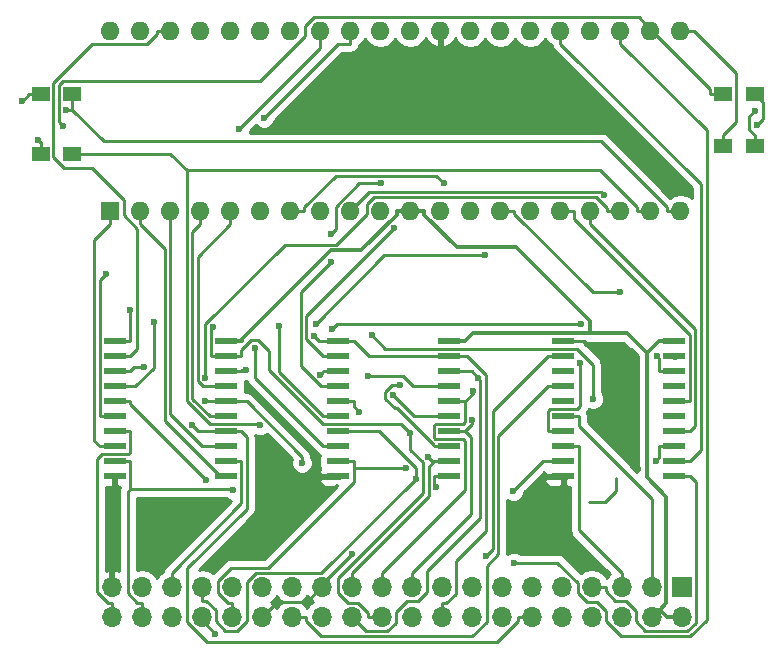
<source format=gbr>
G04 #@! TF.FileFunction,Copper,L1,Top,Signal*
%FSLAX46Y46*%
G04 Gerber Fmt 4.6, Leading zero omitted, Abs format (unit mm)*
G04 Created by KiCad (PCBNEW 4.0.7) date 01/21/18 21:19:11*
%MOMM*%
%LPD*%
G01*
G04 APERTURE LIST*
%ADD10C,0.100000*%
%ADD11R,1.600000X1.600000*%
%ADD12O,1.600000X1.600000*%
%ADD13R,1.700000X1.700000*%
%ADD14O,1.700000X1.700000*%
%ADD15R,1.950000X0.600000*%
%ADD16R,1.500000X1.300000*%
%ADD17C,0.600000*%
%ADD18C,0.250000*%
%ADD19C,0.350000*%
%ADD20C,0.254000*%
G04 APERTURE END LIST*
D10*
D11*
X101092000Y-81026000D03*
D12*
X149352000Y-65786000D03*
X103632000Y-81026000D03*
X146812000Y-65786000D03*
X106172000Y-81026000D03*
X144272000Y-65786000D03*
X108712000Y-81026000D03*
X141732000Y-65786000D03*
X111252000Y-81026000D03*
X139192000Y-65786000D03*
X113792000Y-81026000D03*
X136652000Y-65786000D03*
X116332000Y-81026000D03*
X134112000Y-65786000D03*
X118872000Y-81026000D03*
X131572000Y-65786000D03*
X121412000Y-81026000D03*
X129032000Y-65786000D03*
X123952000Y-81026000D03*
X126492000Y-65786000D03*
X126492000Y-81026000D03*
X123952000Y-65786000D03*
X129032000Y-81026000D03*
X121412000Y-65786000D03*
X131572000Y-81026000D03*
X118872000Y-65786000D03*
X134112000Y-81026000D03*
X116332000Y-65786000D03*
X136652000Y-81026000D03*
X113792000Y-65786000D03*
X139192000Y-81026000D03*
X111252000Y-65786000D03*
X141732000Y-81026000D03*
X108712000Y-65786000D03*
X144272000Y-81026000D03*
X106172000Y-65786000D03*
X146812000Y-81026000D03*
X103632000Y-65786000D03*
X149352000Y-81026000D03*
X101092000Y-65786000D03*
D13*
X149454000Y-112878000D03*
D14*
X149454000Y-115418000D03*
X146914000Y-112878000D03*
X146914000Y-115418000D03*
X144374000Y-112878000D03*
X144374000Y-115418000D03*
X141834000Y-112878000D03*
X141834000Y-115418000D03*
X139294000Y-112878000D03*
X139294000Y-115418000D03*
X136754000Y-112878000D03*
X136754000Y-115418000D03*
X134214000Y-112878000D03*
X134214000Y-115418000D03*
X131674000Y-112878000D03*
X131674000Y-115418000D03*
X129134000Y-112878000D03*
X129134000Y-115418000D03*
X126594000Y-112878000D03*
X126594000Y-115418000D03*
X124054000Y-112878000D03*
X124054000Y-115418000D03*
X121514000Y-112878000D03*
X121514000Y-115418000D03*
X118974000Y-112878000D03*
X118974000Y-115418000D03*
X116434000Y-112878000D03*
X116434000Y-115418000D03*
X113894000Y-112878000D03*
X113894000Y-115418000D03*
X111354000Y-112878000D03*
X111354000Y-115418000D03*
X108814000Y-112878000D03*
X108814000Y-115418000D03*
X106274000Y-112878000D03*
X106274000Y-115418000D03*
X103734000Y-112878000D03*
X103734000Y-115418000D03*
X101194000Y-112878000D03*
X101194000Y-115418000D03*
D15*
X139445000Y-92075000D03*
X139445000Y-93345000D03*
X139445000Y-94615000D03*
X139445000Y-95885000D03*
X139445000Y-97155000D03*
X139445000Y-98425000D03*
X139445000Y-99695000D03*
X139445000Y-100965000D03*
X139445000Y-102235000D03*
X139445000Y-103505000D03*
X148845000Y-103505000D03*
X148845000Y-102235000D03*
X148845000Y-100965000D03*
X148845000Y-99695000D03*
X148845000Y-98425000D03*
X148845000Y-97155000D03*
X148845000Y-95885000D03*
X148845000Y-94615000D03*
X148845000Y-93345000D03*
X148845000Y-92075000D03*
X101472000Y-92075000D03*
X101472000Y-93345000D03*
X101472000Y-94615000D03*
X101472000Y-95885000D03*
X101472000Y-97155000D03*
X101472000Y-98425000D03*
X101472000Y-99695000D03*
X101472000Y-100965000D03*
X101472000Y-102235000D03*
X101472000Y-103505000D03*
X110872000Y-103505000D03*
X110872000Y-102235000D03*
X110872000Y-100965000D03*
X110872000Y-99695000D03*
X110872000Y-98425000D03*
X110872000Y-97155000D03*
X110872000Y-95885000D03*
X110872000Y-94615000D03*
X110872000Y-93345000D03*
X110872000Y-92075000D03*
X120395000Y-92075000D03*
X120395000Y-93345000D03*
X120395000Y-94615000D03*
X120395000Y-95885000D03*
X120395000Y-97155000D03*
X120395000Y-98425000D03*
X120395000Y-99695000D03*
X120395000Y-100965000D03*
X120395000Y-102235000D03*
X120395000Y-103505000D03*
X129795000Y-103505000D03*
X129795000Y-102235000D03*
X129795000Y-100965000D03*
X129795000Y-99695000D03*
X129795000Y-98425000D03*
X129795000Y-97155000D03*
X129795000Y-95885000D03*
X129795000Y-94615000D03*
X129795000Y-93345000D03*
X129795000Y-92075000D03*
D16*
X97870000Y-76200000D03*
X95170000Y-76200000D03*
X97870000Y-71120000D03*
X95170000Y-71120000D03*
X152955000Y-75565000D03*
X155655000Y-75565000D03*
X152955000Y-71120000D03*
X155655000Y-71120000D03*
D17*
X148336000Y-78359000D03*
X121539000Y-110045500D03*
X136144000Y-108585000D03*
X139573000Y-103632000D03*
X145796000Y-102870000D03*
X148845000Y-93345000D03*
X113030000Y-108712000D03*
X110744000Y-106045000D03*
X104013000Y-107188000D03*
X109982000Y-116840000D03*
X115825000Y-103505000D03*
X122174700Y-98023200D03*
X118853900Y-94900300D03*
X117320700Y-102366200D03*
X109071500Y-97131700D03*
X108021500Y-99196800D03*
X109164900Y-103787800D03*
X103946800Y-94259300D03*
X118315700Y-91619000D03*
X131735100Y-98750800D03*
X131751200Y-96290600D03*
X109749700Y-90894600D03*
X102734600Y-89425300D03*
X126495400Y-99831900D03*
X127990800Y-101873900D03*
X132218500Y-95160200D03*
X132894600Y-110247200D03*
X147275600Y-102176700D03*
X126127500Y-102843900D03*
X126941900Y-103708400D03*
X112538200Y-94526200D03*
X111506500Y-104630100D03*
X135250400Y-110825700D03*
X147352500Y-93357400D03*
X135211200Y-104721000D03*
X140869700Y-93954700D03*
X129299600Y-78714400D03*
X118483600Y-90582400D03*
X132816500Y-84794700D03*
X141964000Y-96954800D03*
X123207600Y-91566900D03*
X142881900Y-79650100D03*
X125119000Y-82498800D03*
X119773300Y-85343400D03*
X119745800Y-82991500D03*
X123984200Y-78693100D03*
X115333200Y-90819900D03*
X114092100Y-73173300D03*
X113354300Y-92660600D03*
X111982800Y-74142500D03*
X144273900Y-87929100D03*
X128659900Y-104377700D03*
X125605300Y-95811300D03*
X124988100Y-96628000D03*
X122907900Y-95016900D03*
X109138600Y-95158300D03*
X104790100Y-90482500D03*
X100720500Y-86370700D03*
X113757900Y-99192200D03*
X97351200Y-72510700D03*
X119860400Y-90994700D03*
X140969100Y-90615600D03*
X97032700Y-73847400D03*
X94948000Y-75007000D03*
X93620800Y-71759100D03*
X155623100Y-72583500D03*
X155829000Y-73787000D03*
D18*
X143891000Y-103632000D02*
X143891000Y-104775000D01*
X143002000Y-105664000D02*
X141605000Y-105664000D01*
X143891000Y-104775000D02*
X143002000Y-105664000D01*
D19*
X148845000Y-92075000D02*
X147494700Y-92075000D01*
X146914000Y-115418000D02*
X146914000Y-114805300D01*
X149454000Y-115418000D02*
X148228700Y-115418000D01*
X146914000Y-114805300D02*
X147616000Y-114805300D01*
X147616000Y-114805300D02*
X148228700Y-115418000D01*
X147494700Y-92075000D02*
X146506100Y-93063600D01*
X148152000Y-114269300D02*
X147616000Y-114805300D01*
X148152000Y-105242300D02*
X148152000Y-114269300D01*
X146506100Y-103596400D02*
X148152000Y-105242300D01*
X146506100Y-93063600D02*
X146506100Y-103596400D01*
X129795000Y-92075000D02*
X131145300Y-92075000D01*
X126492000Y-81026000D02*
X125316700Y-81026000D01*
X110872000Y-92075000D02*
X112222300Y-92075000D01*
X126492000Y-81026000D02*
X127667300Y-81026000D01*
X131820600Y-91399700D02*
X141657400Y-91399700D01*
X131145300Y-92075000D02*
X131820600Y-91399700D01*
X144842200Y-91399700D02*
X146506100Y-93063600D01*
X141657400Y-91399700D02*
X144842200Y-91399700D01*
X127667300Y-81391300D02*
X127667300Y-81026000D01*
X130395400Y-84119400D02*
X127667300Y-81391300D01*
X135434100Y-84119400D02*
X130395400Y-84119400D01*
X141657400Y-90342700D02*
X135434100Y-84119400D01*
X141657400Y-91399700D02*
X141657400Y-90342700D01*
X112222300Y-91906200D02*
X112222300Y-92075000D01*
X119745100Y-84383400D02*
X112222300Y-91906200D01*
X122279500Y-84383400D02*
X119745100Y-84383400D01*
X122279500Y-84383300D02*
X122279500Y-84383400D01*
X125316700Y-81346100D02*
X122279500Y-84383300D01*
X125316700Y-81026000D02*
X125316700Y-81346100D01*
D18*
X146914000Y-105399900D02*
X146914000Y-111702700D01*
X140745300Y-99231200D02*
X146914000Y-105399900D01*
X140745300Y-98425000D02*
X140745300Y-99231200D01*
X146914000Y-112878000D02*
X146914000Y-111702700D01*
X139445000Y-98425000D02*
X140745300Y-98425000D01*
X140745300Y-108074000D02*
X144374000Y-111702700D01*
X140745300Y-100965000D02*
X140745300Y-108074000D01*
X139445000Y-100965000D02*
X140745300Y-100965000D01*
X144374000Y-112878000D02*
X144374000Y-111702700D01*
X129032000Y-65786000D02*
X129032000Y-70485000D01*
X141478000Y-71501000D02*
X148336000Y-78359000D01*
X130048000Y-71501000D02*
X141478000Y-71501000D01*
X129032000Y-70485000D02*
X130048000Y-71501000D01*
X118974000Y-112878000D02*
X118974000Y-112610500D01*
X118974000Y-112610500D02*
X121539000Y-110045500D01*
X139445000Y-105284000D02*
X139445000Y-103505000D01*
X136144000Y-108585000D02*
X139445000Y-105284000D01*
X139573000Y-103632000D02*
X139446000Y-103505000D01*
X139446000Y-103505000D02*
X139445000Y-103505000D01*
X139445000Y-92075000D02*
X141224000Y-92075000D01*
X145796000Y-93345000D02*
X145796000Y-102870000D01*
X145161000Y-92710000D02*
X145796000Y-93345000D01*
X141859000Y-92710000D02*
X145161000Y-92710000D01*
X141224000Y-92075000D02*
X141859000Y-92710000D01*
X105156000Y-106045000D02*
X110744000Y-106045000D01*
X104013000Y-107188000D02*
X105156000Y-106045000D01*
X113894000Y-115418000D02*
X113944000Y-115418000D01*
X113944000Y-115418000D02*
X115189000Y-114173000D01*
X117679000Y-114173000D02*
X118974000Y-112878000D01*
X115189000Y-114173000D02*
X117679000Y-114173000D01*
X109982000Y-116840000D02*
X108814000Y-115672000D01*
X108814000Y-115418000D02*
X108814000Y-115672000D01*
X115824000Y-103632000D02*
X115824000Y-103506000D01*
X115824000Y-103506000D02*
X115825000Y-103505000D01*
X143009300Y-113245400D02*
X143009300Y-112878000D01*
X143817200Y-114053300D02*
X143009300Y-113245400D01*
X144710300Y-114053300D02*
X143817200Y-114053300D01*
X145549400Y-114892400D02*
X144710300Y-114053300D01*
X145549400Y-115775900D02*
X145549400Y-114892400D01*
X146370900Y-116597400D02*
X145549400Y-115775900D01*
X149938000Y-116597400D02*
X146370900Y-116597400D01*
X150644900Y-115890500D02*
X149938000Y-116597400D01*
X150644900Y-104004600D02*
X150644900Y-115890500D01*
X150145300Y-103505000D02*
X150644900Y-104004600D01*
X148845000Y-103505000D02*
X150145300Y-103505000D01*
X141834000Y-112878000D02*
X143009300Y-112878000D01*
X121695300Y-97543800D02*
X122174700Y-98023200D01*
X121695300Y-97155000D02*
X121695300Y-97543800D01*
X120395000Y-97155000D02*
X121695300Y-97155000D01*
X119094700Y-94659500D02*
X118853900Y-94900300D01*
X119094700Y-94615000D02*
X119094700Y-94659500D01*
X120395000Y-94615000D02*
X119094700Y-94615000D01*
X110872000Y-97155000D02*
X112172300Y-97155000D01*
X112635600Y-97155000D02*
X112172300Y-97155000D01*
X117320700Y-101840100D02*
X112635600Y-97155000D01*
X117320700Y-102366200D02*
X117320700Y-101840100D01*
X109094800Y-97155000D02*
X110872000Y-97155000D01*
X109071500Y-97131700D02*
X109094800Y-97155000D01*
X108519700Y-99695000D02*
X110872000Y-99695000D01*
X108021500Y-99196800D02*
X108519700Y-99695000D01*
X135578700Y-115785300D02*
X135578700Y-115418000D01*
X133842800Y-117521200D02*
X135578700Y-115785300D01*
X109249000Y-117521200D02*
X133842800Y-117521200D01*
X107594300Y-115866500D02*
X109249000Y-117521200D01*
X107594300Y-111296900D02*
X107594300Y-115866500D01*
X112622900Y-106268300D02*
X107594300Y-111296900D01*
X112622900Y-100145600D02*
X112622900Y-106268300D01*
X112172300Y-99695000D02*
X112622900Y-100145600D01*
X110872000Y-99695000D02*
X112172300Y-99695000D01*
X136754000Y-115418000D02*
X135578700Y-115418000D01*
X102772300Y-97395200D02*
X102772300Y-97155000D01*
X109164900Y-103787800D02*
X102772300Y-97395200D01*
X101472000Y-97155000D02*
X102772300Y-97155000D01*
X103128000Y-94259300D02*
X102772300Y-94615000D01*
X103946800Y-94259300D02*
X103128000Y-94259300D01*
X101472000Y-94615000D02*
X102772300Y-94615000D01*
X129144900Y-93345000D02*
X128494700Y-93345000D01*
X120418100Y-92075000D02*
X121695300Y-92075000D01*
X120418100Y-92075000D02*
X120395000Y-92075000D01*
X118771700Y-92075000D02*
X118315700Y-91619000D01*
X120395000Y-92075000D02*
X118771700Y-92075000D01*
X122965300Y-93345000D02*
X121695300Y-92075000D01*
X128494700Y-93345000D02*
X122965300Y-93345000D01*
X129144900Y-93345000D02*
X129795000Y-93345000D01*
X129134000Y-115418000D02*
X129134000Y-114242700D01*
X131302700Y-93345000D02*
X129795000Y-93345000D01*
X132846900Y-94889200D02*
X131302700Y-93345000D01*
X132846900Y-108109500D02*
X132846900Y-94889200D01*
X130309300Y-110647100D02*
X132846900Y-108109500D01*
X130309300Y-113434800D02*
X130309300Y-110647100D01*
X129501400Y-114242700D02*
X130309300Y-113434800D01*
X129134000Y-114242700D02*
X129501400Y-114242700D01*
X129795000Y-99695000D02*
X131095300Y-99695000D01*
X131735100Y-99055200D02*
X131095300Y-99695000D01*
X131735100Y-98750800D02*
X131735100Y-99055200D01*
X131582000Y-106714700D02*
X126594000Y-111702700D01*
X131582000Y-100181700D02*
X131582000Y-106714700D01*
X131095300Y-99695000D02*
X131582000Y-100181700D01*
X126594000Y-112878000D02*
X126594000Y-111702700D01*
X129795000Y-97155000D02*
X131095300Y-97155000D01*
X124054000Y-112878000D02*
X124054000Y-111702700D01*
X131095400Y-104661300D02*
X124054000Y-111702700D01*
X131095400Y-100488200D02*
X131095400Y-104661300D01*
X130939200Y-100332000D02*
X131095400Y-100488200D01*
X128595300Y-100332000D02*
X130939200Y-100332000D01*
X128494600Y-100231300D02*
X128595300Y-100332000D01*
X128494600Y-99181000D02*
X128494600Y-100231300D01*
X128625200Y-99050400D02*
X128494600Y-99181000D01*
X130955300Y-99050400D02*
X128625200Y-99050400D01*
X131095300Y-98910400D02*
X130955300Y-99050400D01*
X131095300Y-97155000D02*
X131095300Y-98910400D01*
X131751200Y-96499100D02*
X131751200Y-96290600D01*
X131095300Y-97155000D02*
X131751200Y-96499100D01*
X109571700Y-91072600D02*
X109749700Y-90894600D01*
X109571700Y-93345000D02*
X109571700Y-91072600D01*
X102772300Y-89463000D02*
X102772300Y-92075000D01*
X102734600Y-89425300D02*
X102772300Y-89463000D01*
X101472000Y-92075000D02*
X102772300Y-92075000D01*
X110221900Y-93345000D02*
X109571700Y-93345000D01*
X110221900Y-93345000D02*
X110872000Y-93345000D01*
X110872000Y-93345000D02*
X112172300Y-93345000D01*
X124054000Y-115418000D02*
X122878700Y-115418000D01*
X125713800Y-99050300D02*
X126495400Y-99831900D01*
X119062000Y-99050300D02*
X125713800Y-99050300D01*
X114546900Y-94535200D02*
X119062000Y-99050300D01*
X114546900Y-92936600D02*
X114546900Y-94535200D01*
X113599600Y-91989300D02*
X114546900Y-92936600D01*
X113015600Y-91989300D02*
X113599600Y-91989300D01*
X112172300Y-92832600D02*
X113015600Y-91989300D01*
X112172300Y-93345000D02*
X112172300Y-92832600D01*
X122878700Y-115050600D02*
X122878700Y-115418000D01*
X122070800Y-114242700D02*
X122878700Y-115050600D01*
X121177700Y-114242700D02*
X122070800Y-114242700D01*
X120338600Y-113403600D02*
X121177700Y-114242700D01*
X120338600Y-112153200D02*
X120338600Y-113403600D01*
X127567400Y-104924400D02*
X120338600Y-112153200D01*
X127567400Y-102334800D02*
X127567400Y-104924400D01*
X126495400Y-101262800D02*
X127567400Y-102334800D01*
X126495400Y-99831900D02*
X126495400Y-101262800D01*
X129795000Y-102235000D02*
X128494700Y-102235000D01*
X121514000Y-112878000D02*
X121514000Y-111702700D01*
X127990800Y-101873900D02*
X128423300Y-102306400D01*
X128494700Y-102235000D02*
X128423300Y-102306400D01*
X128034600Y-105182100D02*
X121514000Y-111702700D01*
X128034600Y-102695100D02*
X128034600Y-105182100D01*
X128423300Y-102306400D02*
X128034600Y-102695100D01*
X131673300Y-94615000D02*
X132218500Y-95160200D01*
X129795000Y-94615000D02*
X131673300Y-94615000D01*
X132376500Y-95318200D02*
X132218500Y-95160200D01*
X132376500Y-107039800D02*
X132376500Y-95318200D01*
X127864000Y-111552300D02*
X132376500Y-107039800D01*
X127864000Y-113296200D02*
X127864000Y-111552300D01*
X127106900Y-114053300D02*
X127864000Y-113296200D01*
X126197600Y-114053300D02*
X127106900Y-114053300D01*
X125229400Y-115021500D02*
X126197600Y-114053300D01*
X125229400Y-115905800D02*
X125229400Y-115021500D01*
X124541800Y-116593400D02*
X125229400Y-115905800D01*
X122689400Y-116593400D02*
X124541800Y-116593400D01*
X121514000Y-115418000D02*
X122689400Y-116593400D01*
X133477500Y-109664300D02*
X132894600Y-110247200D01*
X133477500Y-98012200D02*
X133477500Y-109664300D01*
X138144700Y-93345000D02*
X133477500Y-98012200D01*
X139445000Y-93345000D02*
X138144700Y-93345000D01*
X139445000Y-95885000D02*
X138144700Y-95885000D01*
X116434000Y-115418000D02*
X117609300Y-115418000D01*
X133927900Y-100101800D02*
X138144700Y-95885000D01*
X133927900Y-110098300D02*
X133927900Y-100101800D01*
X132944000Y-111082200D02*
X133927900Y-110098300D01*
X132944000Y-115810200D02*
X132944000Y-111082200D01*
X131686800Y-117067400D02*
X132944000Y-115810200D01*
X118891400Y-117067400D02*
X131686800Y-117067400D01*
X117609300Y-115785300D02*
X118891400Y-117067400D01*
X117609300Y-115418000D02*
X117609300Y-115785300D01*
X147544700Y-101907600D02*
X147275600Y-102176700D01*
X147544700Y-100965000D02*
X147544700Y-101907600D01*
X148845000Y-100965000D02*
X147544700Y-100965000D01*
X111354000Y-115418000D02*
X111354000Y-114242700D01*
X120395000Y-102235000D02*
X121695300Y-102235000D01*
X121695300Y-102843900D02*
X126127500Y-102843900D01*
X121695300Y-102235000D02*
X121695300Y-102843900D01*
X111056500Y-114242700D02*
X111354000Y-114242700D01*
X110178700Y-113364900D02*
X111056500Y-114242700D01*
X110178700Y-112391100D02*
X110178700Y-113364900D01*
X111317400Y-111252400D02*
X110178700Y-112391100D01*
X114423400Y-111252400D02*
X111317400Y-111252400D01*
X121695300Y-103980500D02*
X114423400Y-111252400D01*
X121695300Y-102843900D02*
X121695300Y-103980500D01*
X108814000Y-112878000D02*
X108814000Y-114053300D01*
X109181400Y-114053300D02*
X108814000Y-114053300D01*
X109989300Y-114861200D02*
X109181400Y-114053300D01*
X109989300Y-115798400D02*
X109989300Y-114861200D01*
X110822000Y-116631100D02*
X109989300Y-115798400D01*
X111813300Y-116631100D02*
X110822000Y-116631100D01*
X112657400Y-115787000D02*
X111813300Y-116631100D01*
X112657400Y-112452400D02*
X112657400Y-115787000D01*
X113407100Y-111702700D02*
X112657400Y-112452400D01*
X118947600Y-111702700D02*
X113407100Y-111702700D01*
X126941900Y-103708400D02*
X118947600Y-111702700D01*
X123863800Y-99695000D02*
X120395000Y-99695000D01*
X126941900Y-102773100D02*
X123863800Y-99695000D01*
X126941900Y-103708400D02*
X126941900Y-102773100D01*
X110872000Y-102235000D02*
X112172300Y-102235000D01*
X106274000Y-112878000D02*
X106274000Y-111702700D01*
X112172300Y-105804400D02*
X112172300Y-102235000D01*
X106274000Y-111702700D02*
X112172300Y-105804400D01*
X112261100Y-94526200D02*
X112172300Y-94615000D01*
X112538200Y-94526200D02*
X112261100Y-94526200D01*
X110872000Y-94615000D02*
X112172300Y-94615000D01*
X103734000Y-115418000D02*
X103734000Y-114242700D01*
X101472000Y-102235000D02*
X102772300Y-102235000D01*
X102541100Y-104843300D02*
X102772300Y-104612100D01*
X102541100Y-113417100D02*
X102541100Y-104843300D01*
X103366700Y-114242700D02*
X102541100Y-113417100D01*
X103734000Y-114242700D02*
X103366700Y-114242700D01*
X102772300Y-104612100D02*
X102772300Y-102235000D01*
X111488500Y-104612100D02*
X111506500Y-104630100D01*
X102772300Y-104612100D02*
X111488500Y-104612100D01*
X100885000Y-114242700D02*
X101194000Y-114242700D01*
X99956800Y-113314500D02*
X100885000Y-114242700D01*
X99956800Y-102009600D02*
X99956800Y-113314500D01*
X100356800Y-101609600D02*
X99956800Y-102009600D01*
X102644600Y-101609600D02*
X100356800Y-101609600D01*
X102772300Y-101481900D02*
X102644600Y-101609600D01*
X102772300Y-99695000D02*
X102772300Y-101481900D01*
X101472000Y-99695000D02*
X102772300Y-99695000D01*
X101194000Y-115418000D02*
X101194000Y-114242700D01*
X99709900Y-83533400D02*
X101092000Y-82151300D01*
X99709900Y-100503200D02*
X99709900Y-83533400D01*
X100171700Y-100965000D02*
X99709900Y-100503200D01*
X101472000Y-100965000D02*
X100171700Y-100965000D01*
X101092000Y-81026000D02*
X101092000Y-82151300D01*
X105721600Y-84240900D02*
X103632000Y-82151300D01*
X105721600Y-98824800D02*
X105721600Y-84240900D01*
X110401800Y-103505000D02*
X105721600Y-98824800D01*
X110872000Y-103505000D02*
X110401800Y-103505000D01*
X103632000Y-81026000D02*
X103632000Y-82151300D01*
X106172000Y-81026000D02*
X106172000Y-82151300D01*
X106172000Y-98258600D02*
X106172000Y-82151300D01*
X108878400Y-100965000D02*
X106172000Y-98258600D01*
X110872000Y-100965000D02*
X108878400Y-100965000D01*
X151563200Y-74202500D02*
X144272000Y-66911300D01*
X151563200Y-115673400D02*
X151563200Y-74202500D01*
X150182500Y-117054100D02*
X151563200Y-115673400D01*
X144328600Y-117054100D02*
X150182500Y-117054100D01*
X143009400Y-115734900D02*
X144328600Y-117054100D01*
X143009400Y-114869500D02*
X143009400Y-115734900D01*
X142321300Y-114181400D02*
X143009400Y-114869500D01*
X141436400Y-114181400D02*
X142321300Y-114181400D01*
X140658600Y-113403600D02*
X141436400Y-114181400D01*
X140658600Y-112546700D02*
X140658600Y-113403600D01*
X138937600Y-110825700D02*
X140658600Y-112546700D01*
X135250400Y-110825700D02*
X138937600Y-110825700D01*
X144272000Y-65786000D02*
X144272000Y-66911300D01*
X110872000Y-98425000D02*
X109571700Y-98425000D01*
X108712000Y-81026000D02*
X108712000Y-82151300D01*
X109480500Y-98425000D02*
X109571700Y-98425000D01*
X108026500Y-96971000D02*
X109480500Y-98425000D01*
X108026500Y-82836800D02*
X108026500Y-96971000D01*
X108712000Y-82151300D02*
X108026500Y-82836800D01*
X147544700Y-93549600D02*
X147352500Y-93357400D01*
X147544700Y-94615000D02*
X147544700Y-93549600D01*
X148845000Y-94615000D02*
X147544700Y-94615000D01*
X111252000Y-81026000D02*
X111252000Y-82151300D01*
X108505700Y-84897600D02*
X111252000Y-82151300D01*
X108505700Y-95454400D02*
X108505700Y-84897600D01*
X108936300Y-95885000D02*
X108505700Y-95454400D01*
X109571700Y-95885000D02*
X108936300Y-95885000D01*
X110872000Y-95885000D02*
X109571700Y-95885000D01*
X151063600Y-78782900D02*
X139192000Y-66911300D01*
X151063600Y-101316700D02*
X151063600Y-78782900D01*
X150145300Y-102235000D02*
X151063600Y-101316700D01*
X148845000Y-102235000D02*
X150145300Y-102235000D01*
X139192000Y-65786000D02*
X139192000Y-66911300D01*
X137697200Y-102235000D02*
X135211200Y-104721000D01*
X139445000Y-102235000D02*
X137697200Y-102235000D01*
X140869700Y-97524100D02*
X140869700Y-93954700D01*
X140594200Y-97799600D02*
X140869700Y-97524100D01*
X138335300Y-97799600D02*
X140594200Y-97799600D01*
X138144700Y-97990200D02*
X138335300Y-97799600D01*
X138144700Y-99695000D02*
X138144700Y-97990200D01*
X139445000Y-99695000D02*
X138144700Y-99695000D01*
X117457300Y-80744700D02*
X117457300Y-81026000D01*
X120147500Y-78054500D02*
X117457300Y-80744700D01*
X128639700Y-78054500D02*
X120147500Y-78054500D01*
X129299600Y-78714400D02*
X128639700Y-78054500D01*
X116332000Y-81026000D02*
X117457300Y-81026000D01*
X124271300Y-84794700D02*
X132816500Y-84794700D01*
X118483600Y-90582400D02*
X124271300Y-84794700D01*
X124348700Y-92708000D02*
X123207600Y-91566900D01*
X140628900Y-92708000D02*
X124348700Y-92708000D01*
X141964000Y-94043100D02*
X140628900Y-92708000D01*
X141964000Y-96954800D02*
X141964000Y-94043100D01*
X142653600Y-79421800D02*
X142881900Y-79650100D01*
X123016200Y-79421800D02*
X142653600Y-79421800D01*
X121412000Y-81026000D02*
X123016200Y-79421800D01*
X117647700Y-91898000D02*
X119094700Y-93345000D01*
X117647700Y-89970100D02*
X117647700Y-91898000D01*
X125119000Y-82498800D02*
X117647700Y-89970100D01*
X120395000Y-93345000D02*
X119094700Y-93345000D01*
X122134500Y-78693100D02*
X123984200Y-78693100D01*
X120151700Y-80675900D02*
X122134500Y-78693100D01*
X120151700Y-82585600D02*
X120151700Y-80675900D01*
X119745800Y-82991500D02*
X120151700Y-82585600D01*
X120395000Y-95885000D02*
X119094700Y-95885000D01*
X118954300Y-95885000D02*
X119094700Y-95885000D01*
X117197300Y-94128000D02*
X118954300Y-95885000D01*
X117197300Y-87919400D02*
X117197300Y-94128000D01*
X119773300Y-85343400D02*
X117197300Y-87919400D01*
X115333200Y-94663500D02*
X115333200Y-90819900D01*
X119094700Y-98425000D02*
X115333200Y-94663500D01*
X120354100Y-66911300D02*
X121412000Y-66911300D01*
X114092100Y-73173300D02*
X120354100Y-66911300D01*
X121412000Y-65786000D02*
X121412000Y-66911300D01*
X120395000Y-98425000D02*
X119094700Y-98425000D01*
X118872000Y-67253300D02*
X118872000Y-65786000D01*
X111982800Y-74142500D02*
X118872000Y-67253300D01*
X120395000Y-100965000D02*
X119094700Y-100965000D01*
X113354300Y-95224600D02*
X113354300Y-92660600D01*
X119094700Y-100965000D02*
X113354300Y-95224600D01*
X134112000Y-81026000D02*
X135237300Y-81026000D01*
X141909600Y-87929100D02*
X144273900Y-87929100D01*
X135237300Y-81256800D02*
X141909600Y-87929100D01*
X135237300Y-81026000D02*
X135237300Y-81256800D01*
X128494700Y-104212500D02*
X128659900Y-104377700D01*
X128494700Y-103505000D02*
X128494700Y-104212500D01*
X129795000Y-103505000D02*
X128494700Y-103505000D01*
X124904300Y-95811300D02*
X125605300Y-95811300D01*
X124357800Y-96357800D02*
X124904300Y-95811300D01*
X124357800Y-96925900D02*
X124357800Y-96357800D01*
X125185300Y-97753400D02*
X124357800Y-96925900D01*
X125379800Y-97753400D02*
X125185300Y-97753400D01*
X128494700Y-100868300D02*
X125379800Y-97753400D01*
X128494700Y-100965000D02*
X128494700Y-100868300D01*
X129795000Y-100965000D02*
X128494700Y-100965000D01*
X140317300Y-81735800D02*
X140317300Y-81026000D01*
X150145300Y-91563800D02*
X140317300Y-81735800D01*
X150145300Y-97155000D02*
X150145300Y-91563800D01*
X148845000Y-97155000D02*
X150145300Y-97155000D01*
X139192000Y-81026000D02*
X140317300Y-81026000D01*
X126785100Y-98425000D02*
X124988100Y-96628000D01*
X129795000Y-98425000D02*
X126785100Y-98425000D01*
X150613200Y-91032500D02*
X141732000Y-82151300D01*
X150613200Y-99227100D02*
X150613200Y-91032500D01*
X150145300Y-99695000D02*
X150613200Y-99227100D01*
X148845000Y-99695000D02*
X150145300Y-99695000D01*
X141732000Y-81026000D02*
X141732000Y-82151300D01*
X125821500Y-95016900D02*
X122907900Y-95016900D01*
X126689600Y-95885000D02*
X125821500Y-95016900D01*
X129795000Y-95885000D02*
X126689600Y-95885000D01*
X109097400Y-95117100D02*
X109138600Y-95158300D01*
X109097400Y-90629700D02*
X109097400Y-95117100D01*
X115844100Y-83883000D02*
X109097400Y-90629700D01*
X120208200Y-83883000D02*
X115844100Y-83883000D01*
X122826600Y-81264600D02*
X120208200Y-83883000D01*
X122826600Y-80486800D02*
X122826600Y-81264600D01*
X123441200Y-79872200D02*
X122826600Y-80486800D01*
X142219500Y-79872200D02*
X123441200Y-79872200D01*
X143146700Y-80799400D02*
X142219500Y-79872200D01*
X143146700Y-81026000D02*
X143146700Y-80799400D01*
X144272000Y-81026000D02*
X143146700Y-81026000D01*
X105046700Y-66067400D02*
X105046700Y-65786000D01*
X104202800Y-66911300D02*
X105046700Y-66067400D01*
X99511900Y-66911300D02*
X104202800Y-66911300D01*
X96245400Y-70177800D02*
X99511900Y-66911300D01*
X96245400Y-76464800D02*
X96245400Y-70177800D01*
X97194000Y-77413400D02*
X96245400Y-76464800D01*
X99541300Y-77413400D02*
X97194000Y-77413400D01*
X102217400Y-80089500D02*
X99541300Y-77413400D01*
X102217400Y-81411600D02*
X102217400Y-80089500D01*
X103362100Y-82556300D02*
X102217400Y-81411600D01*
X103362100Y-92755200D02*
X103362100Y-82556300D01*
X102772300Y-93345000D02*
X103362100Y-92755200D01*
X101472000Y-93345000D02*
X102772300Y-93345000D01*
X106172000Y-65786000D02*
X105046700Y-65786000D01*
X104790100Y-94304900D02*
X104790100Y-90482500D01*
X103210000Y-95885000D02*
X104790100Y-94304900D01*
X101472000Y-95885000D02*
X103210000Y-95885000D01*
X100171700Y-86919500D02*
X100720500Y-86370700D01*
X100171700Y-98425000D02*
X100171700Y-86919500D01*
X101472000Y-98425000D02*
X100171700Y-98425000D01*
X97870000Y-76200000D02*
X98945300Y-76200000D01*
X146812000Y-81026000D02*
X145686700Y-81026000D01*
X106171300Y-76200000D02*
X107569600Y-77598300D01*
X98945300Y-76200000D02*
X106171300Y-76200000D01*
X142540300Y-77598300D02*
X107569600Y-77598300D01*
X145686700Y-80744700D02*
X142540300Y-77598300D01*
X145686700Y-81026000D02*
X145686700Y-80744700D01*
X113625700Y-99060000D02*
X113757900Y-99192200D01*
X109478600Y-99060000D02*
X113625700Y-99060000D01*
X107569600Y-97151000D02*
X109478600Y-99060000D01*
X107569600Y-77598300D02*
X107569600Y-97151000D01*
X97870000Y-71120000D02*
X97870000Y-72095300D01*
X149352000Y-81026000D02*
X148226700Y-81026000D01*
X97870000Y-72510700D02*
X97351200Y-72510700D01*
X97870000Y-72095300D02*
X97870000Y-72510700D01*
X148226700Y-80744700D02*
X148226700Y-81026000D01*
X142640500Y-75158500D02*
X148226700Y-80744700D01*
X100517800Y-75158500D02*
X142640500Y-75158500D01*
X97870000Y-72510700D02*
X100517800Y-75158500D01*
X154030400Y-69339100D02*
X150477300Y-65786000D01*
X154030400Y-73514300D02*
X154030400Y-69339100D01*
X152955000Y-74589700D02*
X154030400Y-73514300D01*
X152955000Y-75565000D02*
X152955000Y-74589700D01*
X149352000Y-65786000D02*
X150477300Y-65786000D01*
X120239500Y-90615600D02*
X119860400Y-90994700D01*
X140969100Y-90615600D02*
X120239500Y-90615600D01*
X146812000Y-65786000D02*
X146952700Y-65786000D01*
X151879700Y-70713000D02*
X146952700Y-65786000D01*
X151879700Y-71120000D02*
X151879700Y-70713000D01*
X152955000Y-71120000D02*
X151879700Y-71120000D01*
X96725900Y-73540600D02*
X97032700Y-73847400D01*
X96725900Y-70383500D02*
X96725900Y-73540600D01*
X97090900Y-70018500D02*
X96725900Y-70383500D01*
X113779000Y-70018500D02*
X97090900Y-70018500D01*
X117602000Y-66195500D02*
X113779000Y-70018500D01*
X117602000Y-65400400D02*
X117602000Y-66195500D01*
X118346500Y-64655900D02*
X117602000Y-65400400D01*
X145822600Y-64655900D02*
X118346500Y-64655900D01*
X146952700Y-65786000D02*
X145822600Y-64655900D01*
X95165700Y-75224700D02*
X94948000Y-75007000D01*
X95170000Y-75224700D02*
X95165700Y-75224700D01*
X95170000Y-76200000D02*
X95170000Y-75224700D01*
X94094700Y-71285200D02*
X93620800Y-71759100D01*
X94094700Y-71120000D02*
X94094700Y-71285200D01*
X95170000Y-71120000D02*
X94094700Y-71120000D01*
X155655000Y-75565000D02*
X155655000Y-74629000D01*
X155194000Y-73012600D02*
X155623100Y-72583500D01*
X155194000Y-74168000D02*
X155194000Y-73012600D01*
X155655000Y-74629000D02*
X155194000Y-74168000D01*
X156377000Y-71842000D02*
X155655000Y-71120000D01*
X156377000Y-73239000D02*
X156377000Y-71842000D01*
X155829000Y-73787000D02*
X156377000Y-73239000D01*
D20*
G36*
X114021000Y-115291000D02*
X114041000Y-115291000D01*
X114041000Y-115545000D01*
X114021000Y-115545000D01*
X114021000Y-115565000D01*
X113767000Y-115565000D01*
X113767000Y-115545000D01*
X113747000Y-115545000D01*
X113747000Y-115291000D01*
X113767000Y-115291000D01*
X113767000Y-115271000D01*
X114021000Y-115271000D01*
X114021000Y-115291000D01*
X114021000Y-115291000D01*
G37*
X114021000Y-115291000D02*
X114041000Y-115291000D01*
X114041000Y-115545000D01*
X114021000Y-115545000D01*
X114021000Y-115565000D01*
X113767000Y-115565000D01*
X113767000Y-115545000D01*
X113747000Y-115545000D01*
X113747000Y-115291000D01*
X113767000Y-115291000D01*
X113767000Y-115271000D01*
X114021000Y-115271000D01*
X114021000Y-115291000D01*
G36*
X108941000Y-115291000D02*
X108961000Y-115291000D01*
X108961000Y-115545000D01*
X108941000Y-115545000D01*
X108941000Y-115565000D01*
X108687000Y-115565000D01*
X108687000Y-115545000D01*
X108667000Y-115545000D01*
X108667000Y-115291000D01*
X108687000Y-115291000D01*
X108687000Y-115271000D01*
X108941000Y-115271000D01*
X108941000Y-115291000D01*
X108941000Y-115291000D01*
G37*
X108941000Y-115291000D02*
X108961000Y-115291000D01*
X108961000Y-115545000D01*
X108941000Y-115545000D01*
X108941000Y-115565000D01*
X108687000Y-115565000D01*
X108687000Y-115545000D01*
X108667000Y-115545000D01*
X108667000Y-115291000D01*
X108687000Y-115291000D01*
X108687000Y-115271000D01*
X108941000Y-115271000D01*
X108941000Y-115291000D01*
G36*
X126721000Y-115291000D02*
X126741000Y-115291000D01*
X126741000Y-115545000D01*
X126721000Y-115545000D01*
X126721000Y-115565000D01*
X126467000Y-115565000D01*
X126467000Y-115545000D01*
X126447000Y-115545000D01*
X126447000Y-115291000D01*
X126467000Y-115291000D01*
X126467000Y-115271000D01*
X126721000Y-115271000D01*
X126721000Y-115291000D01*
X126721000Y-115291000D01*
G37*
X126721000Y-115291000D02*
X126741000Y-115291000D01*
X126741000Y-115545000D01*
X126721000Y-115545000D01*
X126721000Y-115565000D01*
X126467000Y-115565000D01*
X126467000Y-115545000D01*
X126447000Y-115545000D01*
X126447000Y-115291000D01*
X126467000Y-115291000D01*
X126467000Y-115271000D01*
X126721000Y-115271000D01*
X126721000Y-115291000D01*
G36*
X134341000Y-115291000D02*
X134361000Y-115291000D01*
X134361000Y-115545000D01*
X134341000Y-115545000D01*
X134341000Y-115565000D01*
X134087000Y-115565000D01*
X134087000Y-115545000D01*
X134067000Y-115545000D01*
X134067000Y-115291000D01*
X134087000Y-115291000D01*
X134087000Y-115271000D01*
X134341000Y-115271000D01*
X134341000Y-115291000D01*
X134341000Y-115291000D01*
G37*
X134341000Y-115291000D02*
X134361000Y-115291000D01*
X134361000Y-115545000D01*
X134341000Y-115545000D01*
X134341000Y-115565000D01*
X134087000Y-115565000D01*
X134087000Y-115545000D01*
X134067000Y-115545000D01*
X134067000Y-115291000D01*
X134087000Y-115291000D01*
X134087000Y-115271000D01*
X134341000Y-115271000D01*
X134341000Y-115291000D01*
G36*
X144501000Y-115291000D02*
X144521000Y-115291000D01*
X144521000Y-115545000D01*
X144501000Y-115545000D01*
X144501000Y-115565000D01*
X144247000Y-115565000D01*
X144247000Y-115545000D01*
X144227000Y-115545000D01*
X144227000Y-115291000D01*
X144247000Y-115291000D01*
X144247000Y-115271000D01*
X144501000Y-115271000D01*
X144501000Y-115291000D01*
X144501000Y-115291000D01*
G37*
X144501000Y-115291000D02*
X144521000Y-115291000D01*
X144521000Y-115545000D01*
X144501000Y-115545000D01*
X144501000Y-115565000D01*
X144247000Y-115565000D01*
X144247000Y-115545000D01*
X144227000Y-115545000D01*
X144227000Y-115291000D01*
X144247000Y-115291000D01*
X144247000Y-115271000D01*
X144501000Y-115271000D01*
X144501000Y-115291000D01*
G36*
X115383946Y-113957147D02*
X115669578Y-114148000D01*
X115383946Y-114338853D01*
X115156298Y-114679553D01*
X115089183Y-114536642D01*
X114660924Y-114146355D01*
X114660899Y-114146345D01*
X114944054Y-113957147D01*
X115164000Y-113627974D01*
X115383946Y-113957147D01*
X115383946Y-113957147D01*
G37*
X115383946Y-113957147D02*
X115669578Y-114148000D01*
X115383946Y-114338853D01*
X115156298Y-114679553D01*
X115089183Y-114536642D01*
X114660924Y-114146355D01*
X114660899Y-114146345D01*
X114944054Y-113957147D01*
X115164000Y-113627974D01*
X115383946Y-113957147D01*
G36*
X117778817Y-113759358D02*
X118207076Y-114149645D01*
X118207101Y-114149655D01*
X117923946Y-114338853D01*
X117704000Y-114668026D01*
X117484054Y-114338853D01*
X117198422Y-114148000D01*
X117484054Y-113957147D01*
X117711702Y-113616447D01*
X117778817Y-113759358D01*
X117778817Y-113759358D01*
G37*
X117778817Y-113759358D02*
X118207076Y-114149645D01*
X118207101Y-114149655D01*
X117923946Y-114338853D01*
X117704000Y-114668026D01*
X117484054Y-114338853D01*
X117198422Y-114148000D01*
X117484054Y-113957147D01*
X117711702Y-113616447D01*
X117778817Y-113759358D01*
G36*
X119101000Y-112751000D02*
X119121000Y-112751000D01*
X119121000Y-113005000D01*
X119101000Y-113005000D01*
X119101000Y-113025000D01*
X118847000Y-113025000D01*
X118847000Y-113005000D01*
X118827000Y-113005000D01*
X118827000Y-112751000D01*
X118847000Y-112751000D01*
X118847000Y-112731000D01*
X119101000Y-112731000D01*
X119101000Y-112751000D01*
X119101000Y-112751000D01*
G37*
X119101000Y-112751000D02*
X119121000Y-112751000D01*
X119121000Y-113005000D01*
X119101000Y-113005000D01*
X119101000Y-113025000D01*
X118847000Y-113025000D01*
X118847000Y-113005000D01*
X118827000Y-113005000D01*
X118827000Y-112751000D01*
X118847000Y-112751000D01*
X118847000Y-112731000D01*
X119101000Y-112731000D01*
X119101000Y-112751000D01*
G36*
X101599000Y-103378000D02*
X101619000Y-103378000D01*
X101619000Y-103632000D01*
X101599000Y-103632000D01*
X101599000Y-104281250D01*
X101757750Y-104440000D01*
X101914096Y-104440000D01*
X101838952Y-104552461D01*
X101781100Y-104843300D01*
X101781100Y-111531874D01*
X101550890Y-111436524D01*
X101321000Y-111557845D01*
X101321000Y-112751000D01*
X101341000Y-112751000D01*
X101341000Y-113005000D01*
X101321000Y-113005000D01*
X101321000Y-113025000D01*
X101067000Y-113025000D01*
X101067000Y-113005000D01*
X101047000Y-113005000D01*
X101047000Y-112751000D01*
X101067000Y-112751000D01*
X101067000Y-111557845D01*
X100837110Y-111436524D01*
X100716800Y-111486355D01*
X100716800Y-104440000D01*
X101186250Y-104440000D01*
X101345000Y-104281250D01*
X101345000Y-103632000D01*
X101325000Y-103632000D01*
X101325000Y-103378000D01*
X101345000Y-103378000D01*
X101345000Y-103358000D01*
X101599000Y-103358000D01*
X101599000Y-103378000D01*
X101599000Y-103378000D01*
G37*
X101599000Y-103378000D02*
X101619000Y-103378000D01*
X101619000Y-103632000D01*
X101599000Y-103632000D01*
X101599000Y-104281250D01*
X101757750Y-104440000D01*
X101914096Y-104440000D01*
X101838952Y-104552461D01*
X101781100Y-104843300D01*
X101781100Y-111531874D01*
X101550890Y-111436524D01*
X101321000Y-111557845D01*
X101321000Y-112751000D01*
X101341000Y-112751000D01*
X101341000Y-113005000D01*
X101321000Y-113005000D01*
X101321000Y-113025000D01*
X101067000Y-113025000D01*
X101067000Y-113005000D01*
X101047000Y-113005000D01*
X101047000Y-112751000D01*
X101067000Y-112751000D01*
X101067000Y-111557845D01*
X100837110Y-111436524D01*
X100716800Y-111486355D01*
X100716800Y-104440000D01*
X101186250Y-104440000D01*
X101345000Y-104281250D01*
X101345000Y-103632000D01*
X101325000Y-103632000D01*
X101325000Y-103378000D01*
X101345000Y-103378000D01*
X101345000Y-103358000D01*
X101599000Y-103358000D01*
X101599000Y-103378000D01*
G36*
X139421000Y-112751000D02*
X139441000Y-112751000D01*
X139441000Y-113005000D01*
X139421000Y-113005000D01*
X139421000Y-113025000D01*
X139167000Y-113025000D01*
X139167000Y-113005000D01*
X139147000Y-113005000D01*
X139147000Y-112751000D01*
X139167000Y-112751000D01*
X139167000Y-112731000D01*
X139421000Y-112731000D01*
X139421000Y-112751000D01*
X139421000Y-112751000D01*
G37*
X139421000Y-112751000D02*
X139441000Y-112751000D01*
X139441000Y-113005000D01*
X139421000Y-113005000D01*
X139421000Y-113025000D01*
X139167000Y-113025000D01*
X139167000Y-113005000D01*
X139147000Y-113005000D01*
X139147000Y-112751000D01*
X139167000Y-112751000D01*
X139167000Y-112731000D01*
X139421000Y-112731000D01*
X139421000Y-112751000D01*
G36*
X110976173Y-105422292D02*
X111319701Y-105564938D01*
X111336945Y-105564953D01*
X105736599Y-111165299D01*
X105571852Y-111411861D01*
X105536402Y-111590077D01*
X105223946Y-111798853D01*
X105004000Y-112128026D01*
X104784054Y-111798853D01*
X104302285Y-111476946D01*
X103734000Y-111363907D01*
X103301100Y-111450016D01*
X103301100Y-105372100D01*
X110926069Y-105372100D01*
X110976173Y-105422292D01*
X110976173Y-105422292D01*
G37*
X110976173Y-105422292D02*
X111319701Y-105564938D01*
X111336945Y-105564953D01*
X105736599Y-111165299D01*
X105571852Y-111411861D01*
X105536402Y-111590077D01*
X105223946Y-111798853D01*
X105004000Y-112128026D01*
X104784054Y-111798853D01*
X104302285Y-111476946D01*
X103734000Y-111363907D01*
X103301100Y-111450016D01*
X103301100Y-105372100D01*
X110926069Y-105372100D01*
X110976173Y-105422292D01*
G36*
X137835000Y-103219250D02*
X137993750Y-103378000D01*
X139318000Y-103378000D01*
X139318000Y-103358000D01*
X139572000Y-103358000D01*
X139572000Y-103378000D01*
X139592000Y-103378000D01*
X139592000Y-103632000D01*
X139572000Y-103632000D01*
X139572000Y-104281250D01*
X139730750Y-104440000D01*
X139985300Y-104440000D01*
X139985300Y-108074000D01*
X140043152Y-108364839D01*
X140207899Y-108611401D01*
X143366750Y-111770252D01*
X143323946Y-111798853D01*
X143104000Y-112128026D01*
X142884054Y-111798853D01*
X142402285Y-111476946D01*
X141834000Y-111363907D01*
X141265715Y-111476946D01*
X140904802Y-111718100D01*
X139475001Y-110288299D01*
X139228439Y-110123552D01*
X138937600Y-110065700D01*
X135812863Y-110065700D01*
X135780727Y-110033508D01*
X135437199Y-109890862D01*
X135065233Y-109890538D01*
X134721457Y-110032583D01*
X134687900Y-110066081D01*
X134687900Y-105516110D01*
X135024401Y-105655838D01*
X135396367Y-105656162D01*
X135740143Y-105514117D01*
X136003392Y-105251327D01*
X136146038Y-104907799D01*
X136146079Y-104860923D01*
X137216252Y-103790750D01*
X137835000Y-103790750D01*
X137835000Y-103931310D01*
X137931673Y-104164699D01*
X138110302Y-104343327D01*
X138343691Y-104440000D01*
X139159250Y-104440000D01*
X139318000Y-104281250D01*
X139318000Y-103632000D01*
X137993750Y-103632000D01*
X137835000Y-103790750D01*
X137216252Y-103790750D01*
X137835000Y-103172002D01*
X137835000Y-103219250D01*
X137835000Y-103219250D01*
G37*
X137835000Y-103219250D02*
X137993750Y-103378000D01*
X139318000Y-103378000D01*
X139318000Y-103358000D01*
X139572000Y-103358000D01*
X139572000Y-103378000D01*
X139592000Y-103378000D01*
X139592000Y-103632000D01*
X139572000Y-103632000D01*
X139572000Y-104281250D01*
X139730750Y-104440000D01*
X139985300Y-104440000D01*
X139985300Y-108074000D01*
X140043152Y-108364839D01*
X140207899Y-108611401D01*
X143366750Y-111770252D01*
X143323946Y-111798853D01*
X143104000Y-112128026D01*
X142884054Y-111798853D01*
X142402285Y-111476946D01*
X141834000Y-111363907D01*
X141265715Y-111476946D01*
X140904802Y-111718100D01*
X139475001Y-110288299D01*
X139228439Y-110123552D01*
X138937600Y-110065700D01*
X135812863Y-110065700D01*
X135780727Y-110033508D01*
X135437199Y-109890862D01*
X135065233Y-109890538D01*
X134721457Y-110032583D01*
X134687900Y-110066081D01*
X134687900Y-105516110D01*
X135024401Y-105655838D01*
X135396367Y-105656162D01*
X135740143Y-105514117D01*
X136003392Y-105251327D01*
X136146038Y-104907799D01*
X136146079Y-104860923D01*
X137216252Y-103790750D01*
X137835000Y-103790750D01*
X137835000Y-103931310D01*
X137931673Y-104164699D01*
X138110302Y-104343327D01*
X138343691Y-104440000D01*
X139159250Y-104440000D01*
X139318000Y-104281250D01*
X139318000Y-103632000D01*
X137993750Y-103632000D01*
X137835000Y-103790750D01*
X137216252Y-103790750D01*
X137835000Y-103172002D01*
X137835000Y-103219250D01*
G36*
X112641381Y-95461291D02*
X112652152Y-95515439D01*
X112816899Y-95762001D01*
X118557299Y-101502401D01*
X118803861Y-101667148D01*
X118830812Y-101672509D01*
X118823569Y-101683110D01*
X118772560Y-101935000D01*
X118772560Y-102535000D01*
X118816838Y-102770317D01*
X118875178Y-102860980D01*
X118785000Y-103078690D01*
X118785000Y-103219250D01*
X118943750Y-103378000D01*
X120268000Y-103378000D01*
X120268000Y-103358000D01*
X120522000Y-103358000D01*
X120522000Y-103378000D01*
X120542000Y-103378000D01*
X120542000Y-103632000D01*
X120522000Y-103632000D01*
X120522000Y-103652000D01*
X120268000Y-103652000D01*
X120268000Y-103632000D01*
X118943750Y-103632000D01*
X118785000Y-103790750D01*
X118785000Y-103931310D01*
X118881673Y-104164699D01*
X119060302Y-104343327D01*
X119293691Y-104440000D01*
X120109250Y-104440000D01*
X120267998Y-104281252D01*
X120267998Y-104333000D01*
X114108598Y-110492400D01*
X111317400Y-110492400D01*
X111026561Y-110550252D01*
X110779999Y-110714999D01*
X109763400Y-111731598D01*
X109382285Y-111476946D01*
X108814000Y-111363907D01*
X108549478Y-111416524D01*
X113160301Y-106805701D01*
X113325048Y-106559140D01*
X113382900Y-106268300D01*
X113382900Y-100145600D01*
X113361931Y-100040183D01*
X113571101Y-100127038D01*
X113943067Y-100127362D01*
X114286843Y-99985317D01*
X114339024Y-99933226D01*
X116444349Y-102038551D01*
X116385862Y-102179401D01*
X116385538Y-102551367D01*
X116527583Y-102895143D01*
X116790373Y-103158392D01*
X117133901Y-103301038D01*
X117505867Y-103301362D01*
X117849643Y-103159317D01*
X118112892Y-102896527D01*
X118255538Y-102552999D01*
X118255862Y-102181033D01*
X118113817Y-101837257D01*
X118071753Y-101795119D01*
X118022848Y-101549261D01*
X117858101Y-101302699D01*
X113173001Y-96617599D01*
X112926439Y-96452852D01*
X112635600Y-96395000D01*
X112451914Y-96395000D01*
X112494440Y-96185000D01*
X112494440Y-95585000D01*
X112471135Y-95461142D01*
X112641381Y-95461291D01*
X112641381Y-95461291D01*
G37*
X112641381Y-95461291D02*
X112652152Y-95515439D01*
X112816899Y-95762001D01*
X118557299Y-101502401D01*
X118803861Y-101667148D01*
X118830812Y-101672509D01*
X118823569Y-101683110D01*
X118772560Y-101935000D01*
X118772560Y-102535000D01*
X118816838Y-102770317D01*
X118875178Y-102860980D01*
X118785000Y-103078690D01*
X118785000Y-103219250D01*
X118943750Y-103378000D01*
X120268000Y-103378000D01*
X120268000Y-103358000D01*
X120522000Y-103358000D01*
X120522000Y-103378000D01*
X120542000Y-103378000D01*
X120542000Y-103632000D01*
X120522000Y-103632000D01*
X120522000Y-103652000D01*
X120268000Y-103652000D01*
X120268000Y-103632000D01*
X118943750Y-103632000D01*
X118785000Y-103790750D01*
X118785000Y-103931310D01*
X118881673Y-104164699D01*
X119060302Y-104343327D01*
X119293691Y-104440000D01*
X120109250Y-104440000D01*
X120267998Y-104281252D01*
X120267998Y-104333000D01*
X114108598Y-110492400D01*
X111317400Y-110492400D01*
X111026561Y-110550252D01*
X110779999Y-110714999D01*
X109763400Y-111731598D01*
X109382285Y-111476946D01*
X108814000Y-111363907D01*
X108549478Y-111416524D01*
X113160301Y-106805701D01*
X113325048Y-106559140D01*
X113382900Y-106268300D01*
X113382900Y-100145600D01*
X113361931Y-100040183D01*
X113571101Y-100127038D01*
X113943067Y-100127362D01*
X114286843Y-99985317D01*
X114339024Y-99933226D01*
X116444349Y-102038551D01*
X116385862Y-102179401D01*
X116385538Y-102551367D01*
X116527583Y-102895143D01*
X116790373Y-103158392D01*
X117133901Y-103301038D01*
X117505867Y-103301362D01*
X117849643Y-103159317D01*
X118112892Y-102896527D01*
X118255538Y-102552999D01*
X118255862Y-102181033D01*
X118113817Y-101837257D01*
X118071753Y-101795119D01*
X118022848Y-101549261D01*
X117858101Y-101302699D01*
X113173001Y-96617599D01*
X112926439Y-96452852D01*
X112635600Y-96395000D01*
X112451914Y-96395000D01*
X112494440Y-96185000D01*
X112494440Y-95585000D01*
X112471135Y-95461142D01*
X112641381Y-95461291D01*
G36*
X145696100Y-93399113D02*
X145696100Y-103107198D01*
X141505300Y-98916398D01*
X141505300Y-98425000D01*
X141447448Y-98134161D01*
X141402184Y-98066418D01*
X141407101Y-98061501D01*
X141571848Y-97814939D01*
X141573790Y-97805174D01*
X141777201Y-97889638D01*
X142149167Y-97889962D01*
X142492943Y-97747917D01*
X142756192Y-97485127D01*
X142898838Y-97141599D01*
X142899162Y-96769633D01*
X142757117Y-96425857D01*
X142724000Y-96392682D01*
X142724000Y-94043100D01*
X142666148Y-93752261D01*
X142501401Y-93505699D01*
X141205402Y-92209700D01*
X144506688Y-92209700D01*
X145696100Y-93399113D01*
X145696100Y-93399113D01*
G37*
X145696100Y-93399113D02*
X145696100Y-103107198D01*
X141505300Y-98916398D01*
X141505300Y-98425000D01*
X141447448Y-98134161D01*
X141402184Y-98066418D01*
X141407101Y-98061501D01*
X141571848Y-97814939D01*
X141573790Y-97805174D01*
X141777201Y-97889638D01*
X142149167Y-97889962D01*
X142492943Y-97747917D01*
X142756192Y-97485127D01*
X142898838Y-97141599D01*
X142899162Y-96769633D01*
X142757117Y-96425857D01*
X142724000Y-96392682D01*
X142724000Y-94043100D01*
X142666148Y-93752261D01*
X142501401Y-93505699D01*
X141205402Y-92209700D01*
X144506688Y-92209700D01*
X145696100Y-93399113D01*
G36*
X148972000Y-93218000D02*
X148992000Y-93218000D01*
X148992000Y-93472000D01*
X148972000Y-93472000D01*
X148972000Y-93492000D01*
X148718000Y-93492000D01*
X148718000Y-93472000D01*
X148698000Y-93472000D01*
X148698000Y-93218000D01*
X148718000Y-93218000D01*
X148718000Y-93198000D01*
X148972000Y-93198000D01*
X148972000Y-93218000D01*
X148972000Y-93218000D01*
G37*
X148972000Y-93218000D02*
X148992000Y-93218000D01*
X148992000Y-93472000D01*
X148972000Y-93472000D01*
X148972000Y-93492000D01*
X148718000Y-93492000D01*
X148718000Y-93472000D01*
X148698000Y-93472000D01*
X148698000Y-93218000D01*
X148718000Y-93218000D01*
X148718000Y-93198000D01*
X148972000Y-93198000D01*
X148972000Y-93218000D01*
G36*
X129159000Y-65659000D02*
X129179000Y-65659000D01*
X129179000Y-65913000D01*
X129159000Y-65913000D01*
X129159000Y-67055915D01*
X129381039Y-67177904D01*
X129769423Y-67017041D01*
X130184389Y-66641134D01*
X130287014Y-66424297D01*
X130557302Y-66828811D01*
X131022849Y-67139880D01*
X131572000Y-67249113D01*
X132121151Y-67139880D01*
X132586698Y-66828811D01*
X132842000Y-66446725D01*
X133097302Y-66828811D01*
X133562849Y-67139880D01*
X134112000Y-67249113D01*
X134661151Y-67139880D01*
X135126698Y-66828811D01*
X135382000Y-66446725D01*
X135637302Y-66828811D01*
X136102849Y-67139880D01*
X136652000Y-67249113D01*
X137201151Y-67139880D01*
X137666698Y-66828811D01*
X137922000Y-66446725D01*
X138177302Y-66828811D01*
X138452118Y-67012437D01*
X138489852Y-67202139D01*
X138654599Y-67448701D01*
X150303600Y-79097702D01*
X150303600Y-79941028D01*
X149901151Y-79672120D01*
X149352000Y-79562887D01*
X148802849Y-79672120D01*
X148458805Y-79902003D01*
X143177901Y-74621099D01*
X142931339Y-74456352D01*
X142640500Y-74398500D01*
X112888903Y-74398500D01*
X112917638Y-74329299D01*
X112917679Y-74282423D01*
X113398334Y-73801768D01*
X113561773Y-73965492D01*
X113905301Y-74108138D01*
X114277267Y-74108462D01*
X114621043Y-73966417D01*
X114884292Y-73703627D01*
X115026938Y-73360099D01*
X115026979Y-73313223D01*
X120668902Y-67671300D01*
X121412000Y-67671300D01*
X121702839Y-67613448D01*
X121949401Y-67448701D01*
X122114148Y-67202139D01*
X122151882Y-67012437D01*
X122426698Y-66828811D01*
X122682000Y-66446725D01*
X122937302Y-66828811D01*
X123402849Y-67139880D01*
X123952000Y-67249113D01*
X124501151Y-67139880D01*
X124966698Y-66828811D01*
X125222000Y-66446725D01*
X125477302Y-66828811D01*
X125942849Y-67139880D01*
X126492000Y-67249113D01*
X127041151Y-67139880D01*
X127506698Y-66828811D01*
X127776986Y-66424297D01*
X127879611Y-66641134D01*
X128294577Y-67017041D01*
X128682961Y-67177904D01*
X128905000Y-67055915D01*
X128905000Y-65913000D01*
X128885000Y-65913000D01*
X128885000Y-65659000D01*
X128905000Y-65659000D01*
X128905000Y-65639000D01*
X129159000Y-65639000D01*
X129159000Y-65659000D01*
X129159000Y-65659000D01*
G37*
X129159000Y-65659000D02*
X129179000Y-65659000D01*
X129179000Y-65913000D01*
X129159000Y-65913000D01*
X129159000Y-67055915D01*
X129381039Y-67177904D01*
X129769423Y-67017041D01*
X130184389Y-66641134D01*
X130287014Y-66424297D01*
X130557302Y-66828811D01*
X131022849Y-67139880D01*
X131572000Y-67249113D01*
X132121151Y-67139880D01*
X132586698Y-66828811D01*
X132842000Y-66446725D01*
X133097302Y-66828811D01*
X133562849Y-67139880D01*
X134112000Y-67249113D01*
X134661151Y-67139880D01*
X135126698Y-66828811D01*
X135382000Y-66446725D01*
X135637302Y-66828811D01*
X136102849Y-67139880D01*
X136652000Y-67249113D01*
X137201151Y-67139880D01*
X137666698Y-66828811D01*
X137922000Y-66446725D01*
X138177302Y-66828811D01*
X138452118Y-67012437D01*
X138489852Y-67202139D01*
X138654599Y-67448701D01*
X150303600Y-79097702D01*
X150303600Y-79941028D01*
X149901151Y-79672120D01*
X149352000Y-79562887D01*
X148802849Y-79672120D01*
X148458805Y-79902003D01*
X143177901Y-74621099D01*
X142931339Y-74456352D01*
X142640500Y-74398500D01*
X112888903Y-74398500D01*
X112917638Y-74329299D01*
X112917679Y-74282423D01*
X113398334Y-73801768D01*
X113561773Y-73965492D01*
X113905301Y-74108138D01*
X114277267Y-74108462D01*
X114621043Y-73966417D01*
X114884292Y-73703627D01*
X115026938Y-73360099D01*
X115026979Y-73313223D01*
X120668902Y-67671300D01*
X121412000Y-67671300D01*
X121702839Y-67613448D01*
X121949401Y-67448701D01*
X122114148Y-67202139D01*
X122151882Y-67012437D01*
X122426698Y-66828811D01*
X122682000Y-66446725D01*
X122937302Y-66828811D01*
X123402849Y-67139880D01*
X123952000Y-67249113D01*
X124501151Y-67139880D01*
X124966698Y-66828811D01*
X125222000Y-66446725D01*
X125477302Y-66828811D01*
X125942849Y-67139880D01*
X126492000Y-67249113D01*
X127041151Y-67139880D01*
X127506698Y-66828811D01*
X127776986Y-66424297D01*
X127879611Y-66641134D01*
X128294577Y-67017041D01*
X128682961Y-67177904D01*
X128905000Y-67055915D01*
X128905000Y-65913000D01*
X128885000Y-65913000D01*
X128885000Y-65659000D01*
X128905000Y-65659000D01*
X128905000Y-65639000D01*
X129159000Y-65639000D01*
X129159000Y-65659000D01*
M02*

</source>
